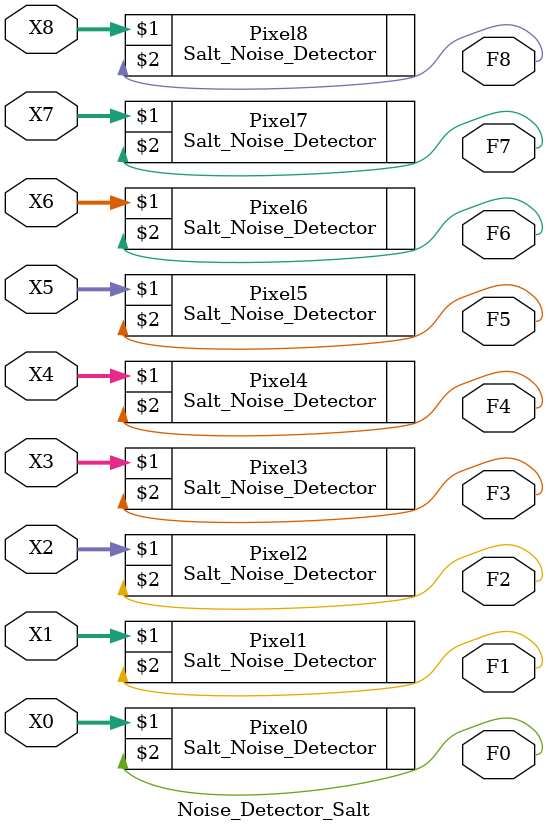
<source format=v>
module Noise_Detector_Salt (X0,X1,X2,X3,X4,X5,X6,X7,X8,F0,F1,F2,F3,F4,F5,F6,F7,F8);
  input [7:0]X0,X1,X2,X3,X4,X5,X6,X7,X8;
  output F0,F1,F2,F3,F4,F5,F6,F7,F8;
    
  
  Salt_Noise_Detector Pixel0 (X0,F0);
   
  Salt_Noise_Detector Pixel1 (X1,F1);
   
  Salt_Noise_Detector Pixel2 (X2,F2);
  
  Salt_Noise_Detector Pixel3 (X3,F3);
   
  Salt_Noise_Detector Pixel4 (X4,F4);
   
  Salt_Noise_Detector Pixel5 (X5,F5);

  Salt_Noise_Detector Pixel6 (X6,F6);
   
  Salt_Noise_Detector Pixel7 (X7,F7);
   
  Salt_Noise_Detector Pixel8 (X8,F8);
    
endmodule
</source>
